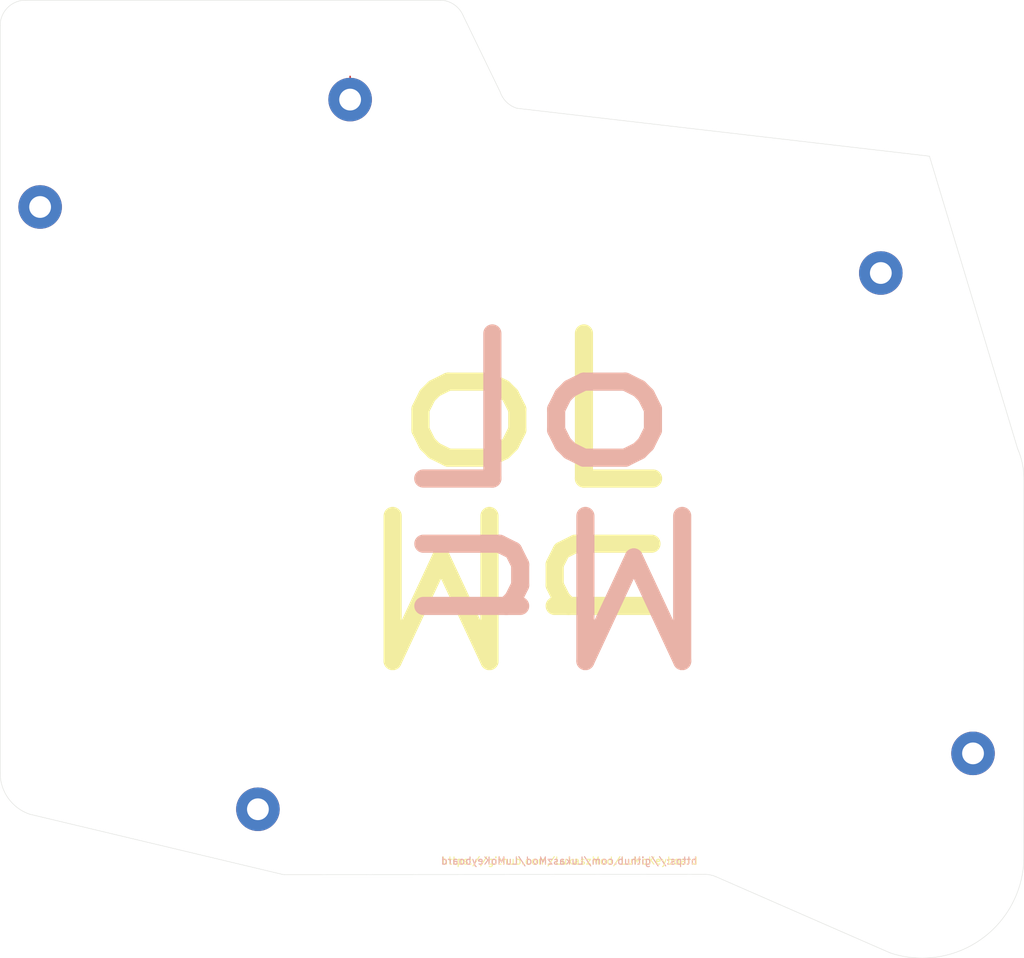
<source format=kicad_pcb>
(kicad_pcb (version 20241229) (generator "pcbnew") (generator_version "9.0")
  (layers (0 "F.Cu" signal) (2 "B.Cu" signal) (13 "F.Paste" user) (15 "B.Paste" user) (5 "F.SilkS" user "F.Silkscreen") (7 "B.SilkS" user "B.Silkscreen") (1 "F.Mask" user) (3 "B.Mask" user) (25 "Edge.Cuts" user))
  (net 0 "")
  (net 1 "GND")
  (footprint "PCM_SL_Mechanical:MountingHole_3.2mm_Pad" (layer "F.Cu") (at 170 125.3)
    (property "Reference" "H3" (hide yes))
    (property "Value" "MountingHole_M3_3.2mm_Pad" (hide yes))
    (pad "1" thru_hole circle (at 0 0) (size 6 6) (drill 3) (layers "*.Cu" "*.Mask"))
  )
  (footprint "PCM_SL_Mechanical:MountingHole_3.2mm_Pad" (layer "F.Cu") (at 84.2 35.2)
    (property "Reference" "H6" (hide yes))
    (property "Value" "MountingHole_M3_3.2mm_Pad" (hide yes))
    (pad "1" thru_hole circle (at 0 0) (size 6 6) (drill 3) (layers "*.Cu" "*.Mask") (net 1 "GND"))
  )
  (footprint "PCM_SL_Mechanical:MountingHole_3.2mm_Pad" (layer "F.Cu") (at 41.5 50)
    (property "Reference" "H1" (hide yes))
    (property "Value" "MountingHole_M3_3.2mm_Pad" (hide yes))
    (pad "1" thru_hole circle (at 0 0) (size 6 6) (drill 3) (layers "*.Cu" "*.Mask") (net 1 "GND"))
  )
  (footprint "PCM_SL_Mechanical:MountingHole_3.2mm_Pad" (layer "F.Cu") (at 71.5 133)
    (property "Reference" "H4" (hide yes))
    (property "Value" "MountingHole_M3_3.2mm_Pad" (hide yes))
    (pad "1" thru_hole circle (at 0 0) (size 6 6) (drill 3) (layers "*.Cu" "*.Mask"))
  )
  (footprint "PCM_SL_Mechanical:MountingHole_3.2mm_Pad" (layer "F.Cu") (at 157.3 59.1)
    (property "Reference" "H2" (hide yes))
    (property "Value" "MountingHole_M3_3.2mm_Pad" (hide yes))
    (pad "1" thru_hole circle (at 0 0) (size 6 6) (drill 3) (layers "*.Cu" "*.Mask") (net 1 "GND"))
  )
  (gr_arc (start 176.143433 83.316198) (mid 176.792492 85.363506) (end 177.011898 87.5) (stroke (width 0.05)) (layer "Edge.Cuts"))
  (gr_arc (start 75.165746 142.011018) (mid 75.005699 141.994453) (end 74.846442 141.971505) (stroke (width 0.05)) (layer "Edge.Cuts"))
  (gr_line (start 176.143433 83.316201) (end 164 43) (stroke (width 0.05)) (layer "Edge.Cuts"))
  (gr_arc (start 36 25) (mid 37.025126 22.525126) (end 39.5 21.5) (stroke (width 0.05)) (layer "Edge.Cuts"))
  (gr_line (start 164 43) (end 107.200002 36.4) (stroke (width 0.05)) (layer "Edge.Cuts"))
  (gr_arc (start 107.2 36.4) (mid 105.756145 35.553829) (end 104.863459 34.13826) (stroke (width 0.05)) (layer "Edge.Cuts"))
  (gr_line (start 134.598361 142.299291) (end 158.569992 152.790034) (stroke (width 0.05)) (layer "Edge.Cuts"))
  (gr_line (start 177 140) (end 177.011898 87.5) (stroke (width 0.05)) (layer "Edge.Cuts"))
  (gr_line (start 39.5 21.5) (end 96.599948 21.5) (stroke (width 0.05)) (layer "Edge.Cuts"))
  (gr_line (start 75.16575 142.011018) (end 133 141.968871) (stroke (width 0.05)) (layer "Edge.Cuts"))
  (gr_line (start 36 25) (end 36 128) (stroke (width 0.05)) (layer "Edge.Cuts"))
  (gr_line (start 74.846442 141.971508) (end 40.102635 133.6921) (stroke (width 0.05)) (layer "Edge.Cuts"))
  (gr_arc (start 177 140) (mid 170.987015 151.009022) (end 158.569989 152.790034) (stroke (width 0.05)) (layer "Edge.Cuts"))
  (gr_line (start 99.766724 23.621095) (end 104.863473 34.13826) (stroke (width 0.05)) (layer "Edge.Cuts"))
  (gr_arc (start 40.102633 133.6921) (mid 37.132547 131.508262) (end 36 128) (stroke (width 0.05)) (layer "Edge.Cuts"))
  (gr_arc (start 133 141.968871) (mid 133.816078 142.05234) (end 134.598361 142.299291) (stroke (width 0.05)) (layer "Edge.Cuts"))
  (gr_arc (start 96.6 21.5) (mid 98.49738 22.09176) (end 99.766724 23.621139) (stroke (width 0.05)) (layer "Edge.Cuts"))
  (gr_text "o" (at 109.8 90 90) (layer "F.SilkS") (effects (font (size 20 20) (thickness 2.5)) (justify left bottom)))
  (gr_text "https://github.com/LukaszMod/LuMoKeyboard" (at 96.7 140.7 0) (layer "F.SilkS") (effects (font (size 1 1)) (justify left bottom)))
  (gr_text "u" (at 109.8 90 270) (layer "F.SilkS") (effects (font (size 20 20) (thickness 2.5)) (justify left bottom)))
  (gr_text "L" (at 110 90 0) (layer "F.SilkS") (effects (font (size 20 20) (thickness 2.5)) (justify left bottom)))
  (gr_text "M" (at 109.8 90 180) (layer "F.SilkS") (effects (font (size 20 20) (thickness 2.5)) (justify left bottom)))
  (gr_text "u" (at 110.2 90 90) (layer "B.SilkS") (effects (font (size 20 20) (thickness 2.5)) (justify left bottom mirror)))
  (gr_text "o" (at 110 90 270) (layer "B.SilkS") (effects (font (size 20 20) (thickness 2.5)) (justify left bottom mirror)))
  (gr_text "L" (at 110.2 90 0) (layer "B.SilkS") (effects (font (size 20 20) (thickness 2.5)) (justify left bottom mirror)))
  (gr_text "https://github.com/LukaszMod/LuMoKeyboard" (at 132.1 140.7 0) (layer "B.SilkS") (effects (font (size 1 1)) (justify left bottom mirror)))
  (gr_text "M" (at 110.2 90 180) (layer "B.SilkS") (effects (font (size 20 20) (thickness 2.5)) (justify left bottom mirror)))
  (segment (start 84.2 32) (end 84.2 35.2) (width 0.2) (layer "F.Cu") (net 1))
  (segment (start 41.5 50) (end 42.5 50) (width 0.2) (layer "F.Cu") (net 1))
)
</source>
